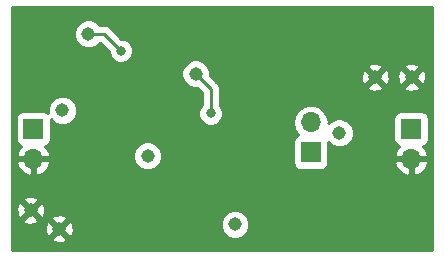
<source format=gbr>
G04 #@! TF.GenerationSoftware,KiCad,Pcbnew,5.0-dev-unknown-997d4de~62~ubuntu17.10.1*
G04 #@! TF.CreationDate,2018-02-23T16:35:03-08:00*
G04 #@! TF.ProjectId,Daughter_Board,44617567687465725F426F6172642E6B,0.1*
G04 #@! TF.SameCoordinates,Original*
G04 #@! TF.FileFunction,Copper,L2,Bot,Signal*
G04 #@! TF.FilePolarity,Positive*
%FSLAX46Y46*%
G04 Gerber Fmt 4.6, Leading zero omitted, Abs format (unit mm)*
G04 Created by KiCad (PCBNEW 5.0-dev-unknown-997d4de~62~ubuntu17.10.1) date Fri Feb 23 16:35:03 2018*
%MOMM*%
%LPD*%
G01*
G04 APERTURE LIST*
%ADD10O,1.700000X1.700000*%
%ADD11R,1.700000X1.700000*%
%ADD12C,1.143000*%
%ADD13C,0.800000*%
%ADD14C,0.250000*%
%ADD15C,0.254000*%
G04 APERTURE END LIST*
D10*
X120500000Y-93540000D03*
D11*
X120500000Y-91000000D03*
D10*
X88500000Y-93540000D03*
D11*
X88500000Y-91000000D03*
X112000000Y-93000000D03*
D10*
X112000000Y-90460000D03*
D12*
X117450000Y-86625000D03*
X120550000Y-86625000D03*
X90975000Y-89450000D03*
X98175000Y-93275000D03*
X93175000Y-82950000D03*
X105575000Y-99100000D03*
X102250000Y-86325000D03*
X88275000Y-97900000D03*
X90700000Y-99450000D03*
X114425000Y-91325000D03*
D13*
X115000000Y-100000000D03*
X120000000Y-100000000D03*
X88000000Y-100000000D03*
X119000000Y-82000000D03*
X112000000Y-83000000D03*
X105000000Y-83000000D03*
X100000000Y-94000000D03*
X95000000Y-100000000D03*
X92000000Y-97000000D03*
X90000000Y-96000000D03*
X88000000Y-82000000D03*
X91000000Y-82000000D03*
X112000000Y-86000000D03*
X107000000Y-86000000D03*
X113000000Y-97000000D03*
X115000000Y-87000000D03*
X119000000Y-96000000D03*
X110000000Y-92000000D03*
X109000000Y-99000000D03*
X106000000Y-96000000D03*
X105000000Y-94000000D03*
X106000000Y-91000000D03*
X101000000Y-84000000D03*
X88000000Y-86000000D03*
X103525000Y-89700000D03*
X95925000Y-84400000D03*
D14*
X103525000Y-89700000D02*
X103525000Y-87600000D01*
X103525000Y-87600000D02*
X102250000Y-86325000D01*
X95925000Y-84400000D02*
X94475000Y-82950000D01*
X94475000Y-82950000D02*
X93175000Y-82950000D01*
D15*
G36*
X122290001Y-101290000D02*
X86710000Y-101290000D01*
X86710000Y-100292046D01*
X90037559Y-100292046D01*
X90083552Y-100514533D01*
X90537855Y-100669405D01*
X91016844Y-100638633D01*
X91316448Y-100514533D01*
X91362441Y-100292046D01*
X90700000Y-99629605D01*
X90037559Y-100292046D01*
X86710000Y-100292046D01*
X86710000Y-99287855D01*
X89480595Y-99287855D01*
X89511367Y-99766844D01*
X89635467Y-100066448D01*
X89857954Y-100112441D01*
X90520395Y-99450000D01*
X90879605Y-99450000D01*
X91542046Y-100112441D01*
X91764533Y-100066448D01*
X91919405Y-99612145D01*
X91888633Y-99133156D01*
X91775494Y-98860012D01*
X104368500Y-98860012D01*
X104368500Y-99339988D01*
X104552178Y-99783427D01*
X104891573Y-100122822D01*
X105335012Y-100306500D01*
X105814988Y-100306500D01*
X106258427Y-100122822D01*
X106597822Y-99783427D01*
X106781500Y-99339988D01*
X106781500Y-98860012D01*
X106597822Y-98416573D01*
X106258427Y-98077178D01*
X105814988Y-97893500D01*
X105335012Y-97893500D01*
X104891573Y-98077178D01*
X104552178Y-98416573D01*
X104368500Y-98860012D01*
X91775494Y-98860012D01*
X91764533Y-98833552D01*
X91542046Y-98787559D01*
X90879605Y-99450000D01*
X90520395Y-99450000D01*
X89857954Y-98787559D01*
X89635467Y-98833552D01*
X89480595Y-99287855D01*
X86710000Y-99287855D01*
X86710000Y-98742046D01*
X87612559Y-98742046D01*
X87658552Y-98964533D01*
X88112855Y-99119405D01*
X88591844Y-99088633D01*
X88891448Y-98964533D01*
X88937441Y-98742046D01*
X88803349Y-98607954D01*
X90037559Y-98607954D01*
X90700000Y-99270395D01*
X91362441Y-98607954D01*
X91316448Y-98385467D01*
X90862145Y-98230595D01*
X90383156Y-98261367D01*
X90083552Y-98385467D01*
X90037559Y-98607954D01*
X88803349Y-98607954D01*
X88275000Y-98079605D01*
X87612559Y-98742046D01*
X86710000Y-98742046D01*
X86710000Y-97737855D01*
X87055595Y-97737855D01*
X87086367Y-98216844D01*
X87210467Y-98516448D01*
X87432954Y-98562441D01*
X88095395Y-97900000D01*
X88454605Y-97900000D01*
X89117046Y-98562441D01*
X89339533Y-98516448D01*
X89494405Y-98062145D01*
X89463633Y-97583156D01*
X89339533Y-97283552D01*
X89117046Y-97237559D01*
X88454605Y-97900000D01*
X88095395Y-97900000D01*
X87432954Y-97237559D01*
X87210467Y-97283552D01*
X87055595Y-97737855D01*
X86710000Y-97737855D01*
X86710000Y-97057954D01*
X87612559Y-97057954D01*
X88275000Y-97720395D01*
X88937441Y-97057954D01*
X88891448Y-96835467D01*
X88437145Y-96680595D01*
X87958156Y-96711367D01*
X87658552Y-96835467D01*
X87612559Y-97057954D01*
X86710000Y-97057954D01*
X86710000Y-93896890D01*
X87058524Y-93896890D01*
X87228355Y-94306924D01*
X87618642Y-94735183D01*
X88143108Y-94981486D01*
X88373000Y-94860819D01*
X88373000Y-93667000D01*
X88627000Y-93667000D01*
X88627000Y-94860819D01*
X88856892Y-94981486D01*
X89381358Y-94735183D01*
X89771645Y-94306924D01*
X89941476Y-93896890D01*
X89820155Y-93667000D01*
X88627000Y-93667000D01*
X88373000Y-93667000D01*
X87179845Y-93667000D01*
X87058524Y-93896890D01*
X86710000Y-93896890D01*
X86710000Y-90150000D01*
X87002560Y-90150000D01*
X87002560Y-91850000D01*
X87051843Y-92097765D01*
X87192191Y-92307809D01*
X87402235Y-92448157D01*
X87505708Y-92468739D01*
X87228355Y-92773076D01*
X87058524Y-93183110D01*
X87179845Y-93413000D01*
X88373000Y-93413000D01*
X88373000Y-93393000D01*
X88627000Y-93393000D01*
X88627000Y-93413000D01*
X89820155Y-93413000D01*
X89941476Y-93183110D01*
X89880136Y-93035012D01*
X96968500Y-93035012D01*
X96968500Y-93514988D01*
X97152178Y-93958427D01*
X97491573Y-94297822D01*
X97935012Y-94481500D01*
X98414988Y-94481500D01*
X98858427Y-94297822D01*
X99197822Y-93958427D01*
X99381500Y-93514988D01*
X99381500Y-93035012D01*
X99197822Y-92591573D01*
X98858427Y-92252178D01*
X98414988Y-92068500D01*
X97935012Y-92068500D01*
X97491573Y-92252178D01*
X97152178Y-92591573D01*
X96968500Y-93035012D01*
X89880136Y-93035012D01*
X89771645Y-92773076D01*
X89494292Y-92468739D01*
X89597765Y-92448157D01*
X89807809Y-92307809D01*
X89948157Y-92097765D01*
X89997440Y-91850000D01*
X89997440Y-90178689D01*
X90291573Y-90472822D01*
X90735012Y-90656500D01*
X91214988Y-90656500D01*
X91658427Y-90472822D01*
X91997822Y-90133427D01*
X92181500Y-89689988D01*
X92181500Y-89210012D01*
X91997822Y-88766573D01*
X91658427Y-88427178D01*
X91214988Y-88243500D01*
X90735012Y-88243500D01*
X90291573Y-88427178D01*
X89952178Y-88766573D01*
X89768500Y-89210012D01*
X89768500Y-89665925D01*
X89597765Y-89551843D01*
X89350000Y-89502560D01*
X87650000Y-89502560D01*
X87402235Y-89551843D01*
X87192191Y-89692191D01*
X87051843Y-89902235D01*
X87002560Y-90150000D01*
X86710000Y-90150000D01*
X86710000Y-86085012D01*
X101043500Y-86085012D01*
X101043500Y-86564988D01*
X101227178Y-87008427D01*
X101566573Y-87347822D01*
X102010012Y-87531500D01*
X102381698Y-87531500D01*
X102765001Y-87914803D01*
X102765000Y-88996289D01*
X102647569Y-89113720D01*
X102490000Y-89494126D01*
X102490000Y-89905874D01*
X102647569Y-90286280D01*
X102938720Y-90577431D01*
X103319126Y-90735000D01*
X103730874Y-90735000D01*
X104111280Y-90577431D01*
X104228711Y-90460000D01*
X110485908Y-90460000D01*
X110601161Y-91039418D01*
X110929375Y-91530625D01*
X110947619Y-91542816D01*
X110902235Y-91551843D01*
X110692191Y-91692191D01*
X110551843Y-91902235D01*
X110502560Y-92150000D01*
X110502560Y-93850000D01*
X110551843Y-94097765D01*
X110692191Y-94307809D01*
X110902235Y-94448157D01*
X111150000Y-94497440D01*
X112850000Y-94497440D01*
X113097765Y-94448157D01*
X113307809Y-94307809D01*
X113448157Y-94097765D01*
X113488113Y-93896890D01*
X119058524Y-93896890D01*
X119228355Y-94306924D01*
X119618642Y-94735183D01*
X120143108Y-94981486D01*
X120373000Y-94860819D01*
X120373000Y-93667000D01*
X120627000Y-93667000D01*
X120627000Y-94860819D01*
X120856892Y-94981486D01*
X121381358Y-94735183D01*
X121771645Y-94306924D01*
X121941476Y-93896890D01*
X121820155Y-93667000D01*
X120627000Y-93667000D01*
X120373000Y-93667000D01*
X119179845Y-93667000D01*
X119058524Y-93896890D01*
X113488113Y-93896890D01*
X113497440Y-93850000D01*
X113497440Y-92150000D01*
X113485941Y-92092190D01*
X113741573Y-92347822D01*
X114185012Y-92531500D01*
X114664988Y-92531500D01*
X115108427Y-92347822D01*
X115447822Y-92008427D01*
X115631500Y-91564988D01*
X115631500Y-91085012D01*
X115447822Y-90641573D01*
X115108427Y-90302178D01*
X114741036Y-90150000D01*
X119002560Y-90150000D01*
X119002560Y-91850000D01*
X119051843Y-92097765D01*
X119192191Y-92307809D01*
X119402235Y-92448157D01*
X119505708Y-92468739D01*
X119228355Y-92773076D01*
X119058524Y-93183110D01*
X119179845Y-93413000D01*
X120373000Y-93413000D01*
X120373000Y-93393000D01*
X120627000Y-93393000D01*
X120627000Y-93413000D01*
X121820155Y-93413000D01*
X121941476Y-93183110D01*
X121771645Y-92773076D01*
X121494292Y-92468739D01*
X121597765Y-92448157D01*
X121807809Y-92307809D01*
X121948157Y-92097765D01*
X121997440Y-91850000D01*
X121997440Y-90150000D01*
X121948157Y-89902235D01*
X121807809Y-89692191D01*
X121597765Y-89551843D01*
X121350000Y-89502560D01*
X119650000Y-89502560D01*
X119402235Y-89551843D01*
X119192191Y-89692191D01*
X119051843Y-89902235D01*
X119002560Y-90150000D01*
X114741036Y-90150000D01*
X114664988Y-90118500D01*
X114185012Y-90118500D01*
X113741573Y-90302178D01*
X113496796Y-90546955D01*
X113514092Y-90460000D01*
X113398839Y-89880582D01*
X113070625Y-89389375D01*
X112579418Y-89061161D01*
X112146256Y-88975000D01*
X111853744Y-88975000D01*
X111420582Y-89061161D01*
X110929375Y-89389375D01*
X110601161Y-89880582D01*
X110485908Y-90460000D01*
X104228711Y-90460000D01*
X104402431Y-90286280D01*
X104560000Y-89905874D01*
X104560000Y-89494126D01*
X104402431Y-89113720D01*
X104285000Y-88996289D01*
X104285000Y-87674846D01*
X104299888Y-87599999D01*
X104285000Y-87525152D01*
X104285000Y-87525148D01*
X104273443Y-87467046D01*
X116787559Y-87467046D01*
X116833552Y-87689533D01*
X117287855Y-87844405D01*
X117766844Y-87813633D01*
X118066448Y-87689533D01*
X118112441Y-87467046D01*
X119887559Y-87467046D01*
X119933552Y-87689533D01*
X120387855Y-87844405D01*
X120866844Y-87813633D01*
X121166448Y-87689533D01*
X121212441Y-87467046D01*
X120550000Y-86804605D01*
X119887559Y-87467046D01*
X118112441Y-87467046D01*
X117450000Y-86804605D01*
X116787559Y-87467046D01*
X104273443Y-87467046D01*
X104240904Y-87303463D01*
X104199102Y-87240902D01*
X104115329Y-87115526D01*
X104115327Y-87115524D01*
X104072929Y-87052071D01*
X104009476Y-87009673D01*
X103462658Y-86462855D01*
X116230595Y-86462855D01*
X116261367Y-86941844D01*
X116385467Y-87241448D01*
X116607954Y-87287441D01*
X117270395Y-86625000D01*
X117629605Y-86625000D01*
X118292046Y-87287441D01*
X118514533Y-87241448D01*
X118669405Y-86787145D01*
X118648572Y-86462855D01*
X119330595Y-86462855D01*
X119361367Y-86941844D01*
X119485467Y-87241448D01*
X119707954Y-87287441D01*
X120370395Y-86625000D01*
X120729605Y-86625000D01*
X121392046Y-87287441D01*
X121614533Y-87241448D01*
X121769405Y-86787145D01*
X121738633Y-86308156D01*
X121614533Y-86008552D01*
X121392046Y-85962559D01*
X120729605Y-86625000D01*
X120370395Y-86625000D01*
X119707954Y-85962559D01*
X119485467Y-86008552D01*
X119330595Y-86462855D01*
X118648572Y-86462855D01*
X118638633Y-86308156D01*
X118514533Y-86008552D01*
X118292046Y-85962559D01*
X117629605Y-86625000D01*
X117270395Y-86625000D01*
X116607954Y-85962559D01*
X116385467Y-86008552D01*
X116230595Y-86462855D01*
X103462658Y-86462855D01*
X103456500Y-86456698D01*
X103456500Y-86085012D01*
X103331384Y-85782954D01*
X116787559Y-85782954D01*
X117450000Y-86445395D01*
X118112441Y-85782954D01*
X119887559Y-85782954D01*
X120550000Y-86445395D01*
X121212441Y-85782954D01*
X121166448Y-85560467D01*
X120712145Y-85405595D01*
X120233156Y-85436367D01*
X119933552Y-85560467D01*
X119887559Y-85782954D01*
X118112441Y-85782954D01*
X118066448Y-85560467D01*
X117612145Y-85405595D01*
X117133156Y-85436367D01*
X116833552Y-85560467D01*
X116787559Y-85782954D01*
X103331384Y-85782954D01*
X103272822Y-85641573D01*
X102933427Y-85302178D01*
X102489988Y-85118500D01*
X102010012Y-85118500D01*
X101566573Y-85302178D01*
X101227178Y-85641573D01*
X101043500Y-86085012D01*
X86710000Y-86085012D01*
X86710000Y-82710012D01*
X91968500Y-82710012D01*
X91968500Y-83189988D01*
X92152178Y-83633427D01*
X92491573Y-83972822D01*
X92935012Y-84156500D01*
X93414988Y-84156500D01*
X93858427Y-83972822D01*
X94121249Y-83710000D01*
X94160199Y-83710000D01*
X94890000Y-84439802D01*
X94890000Y-84605874D01*
X95047569Y-84986280D01*
X95338720Y-85277431D01*
X95719126Y-85435000D01*
X96130874Y-85435000D01*
X96511280Y-85277431D01*
X96802431Y-84986280D01*
X96960000Y-84605874D01*
X96960000Y-84194126D01*
X96802431Y-83813720D01*
X96511280Y-83522569D01*
X96130874Y-83365000D01*
X95964802Y-83365000D01*
X95065331Y-82465530D01*
X95022929Y-82402071D01*
X94771537Y-82234096D01*
X94549852Y-82190000D01*
X94549847Y-82190000D01*
X94475000Y-82175112D01*
X94400153Y-82190000D01*
X94121249Y-82190000D01*
X93858427Y-81927178D01*
X93414988Y-81743500D01*
X92935012Y-81743500D01*
X92491573Y-81927178D01*
X92152178Y-82266573D01*
X91968500Y-82710012D01*
X86710000Y-82710012D01*
X86710000Y-80710000D01*
X122290000Y-80710000D01*
X122290001Y-101290000D01*
X122290001Y-101290000D01*
G37*
X122290001Y-101290000D02*
X86710000Y-101290000D01*
X86710000Y-100292046D01*
X90037559Y-100292046D01*
X90083552Y-100514533D01*
X90537855Y-100669405D01*
X91016844Y-100638633D01*
X91316448Y-100514533D01*
X91362441Y-100292046D01*
X90700000Y-99629605D01*
X90037559Y-100292046D01*
X86710000Y-100292046D01*
X86710000Y-99287855D01*
X89480595Y-99287855D01*
X89511367Y-99766844D01*
X89635467Y-100066448D01*
X89857954Y-100112441D01*
X90520395Y-99450000D01*
X90879605Y-99450000D01*
X91542046Y-100112441D01*
X91764533Y-100066448D01*
X91919405Y-99612145D01*
X91888633Y-99133156D01*
X91775494Y-98860012D01*
X104368500Y-98860012D01*
X104368500Y-99339988D01*
X104552178Y-99783427D01*
X104891573Y-100122822D01*
X105335012Y-100306500D01*
X105814988Y-100306500D01*
X106258427Y-100122822D01*
X106597822Y-99783427D01*
X106781500Y-99339988D01*
X106781500Y-98860012D01*
X106597822Y-98416573D01*
X106258427Y-98077178D01*
X105814988Y-97893500D01*
X105335012Y-97893500D01*
X104891573Y-98077178D01*
X104552178Y-98416573D01*
X104368500Y-98860012D01*
X91775494Y-98860012D01*
X91764533Y-98833552D01*
X91542046Y-98787559D01*
X90879605Y-99450000D01*
X90520395Y-99450000D01*
X89857954Y-98787559D01*
X89635467Y-98833552D01*
X89480595Y-99287855D01*
X86710000Y-99287855D01*
X86710000Y-98742046D01*
X87612559Y-98742046D01*
X87658552Y-98964533D01*
X88112855Y-99119405D01*
X88591844Y-99088633D01*
X88891448Y-98964533D01*
X88937441Y-98742046D01*
X88803349Y-98607954D01*
X90037559Y-98607954D01*
X90700000Y-99270395D01*
X91362441Y-98607954D01*
X91316448Y-98385467D01*
X90862145Y-98230595D01*
X90383156Y-98261367D01*
X90083552Y-98385467D01*
X90037559Y-98607954D01*
X88803349Y-98607954D01*
X88275000Y-98079605D01*
X87612559Y-98742046D01*
X86710000Y-98742046D01*
X86710000Y-97737855D01*
X87055595Y-97737855D01*
X87086367Y-98216844D01*
X87210467Y-98516448D01*
X87432954Y-98562441D01*
X88095395Y-97900000D01*
X88454605Y-97900000D01*
X89117046Y-98562441D01*
X89339533Y-98516448D01*
X89494405Y-98062145D01*
X89463633Y-97583156D01*
X89339533Y-97283552D01*
X89117046Y-97237559D01*
X88454605Y-97900000D01*
X88095395Y-97900000D01*
X87432954Y-97237559D01*
X87210467Y-97283552D01*
X87055595Y-97737855D01*
X86710000Y-97737855D01*
X86710000Y-97057954D01*
X87612559Y-97057954D01*
X88275000Y-97720395D01*
X88937441Y-97057954D01*
X88891448Y-96835467D01*
X88437145Y-96680595D01*
X87958156Y-96711367D01*
X87658552Y-96835467D01*
X87612559Y-97057954D01*
X86710000Y-97057954D01*
X86710000Y-93896890D01*
X87058524Y-93896890D01*
X87228355Y-94306924D01*
X87618642Y-94735183D01*
X88143108Y-94981486D01*
X88373000Y-94860819D01*
X88373000Y-93667000D01*
X88627000Y-93667000D01*
X88627000Y-94860819D01*
X88856892Y-94981486D01*
X89381358Y-94735183D01*
X89771645Y-94306924D01*
X89941476Y-93896890D01*
X89820155Y-93667000D01*
X88627000Y-93667000D01*
X88373000Y-93667000D01*
X87179845Y-93667000D01*
X87058524Y-93896890D01*
X86710000Y-93896890D01*
X86710000Y-90150000D01*
X87002560Y-90150000D01*
X87002560Y-91850000D01*
X87051843Y-92097765D01*
X87192191Y-92307809D01*
X87402235Y-92448157D01*
X87505708Y-92468739D01*
X87228355Y-92773076D01*
X87058524Y-93183110D01*
X87179845Y-93413000D01*
X88373000Y-93413000D01*
X88373000Y-93393000D01*
X88627000Y-93393000D01*
X88627000Y-93413000D01*
X89820155Y-93413000D01*
X89941476Y-93183110D01*
X89880136Y-93035012D01*
X96968500Y-93035012D01*
X96968500Y-93514988D01*
X97152178Y-93958427D01*
X97491573Y-94297822D01*
X97935012Y-94481500D01*
X98414988Y-94481500D01*
X98858427Y-94297822D01*
X99197822Y-93958427D01*
X99381500Y-93514988D01*
X99381500Y-93035012D01*
X99197822Y-92591573D01*
X98858427Y-92252178D01*
X98414988Y-92068500D01*
X97935012Y-92068500D01*
X97491573Y-92252178D01*
X97152178Y-92591573D01*
X96968500Y-93035012D01*
X89880136Y-93035012D01*
X89771645Y-92773076D01*
X89494292Y-92468739D01*
X89597765Y-92448157D01*
X89807809Y-92307809D01*
X89948157Y-92097765D01*
X89997440Y-91850000D01*
X89997440Y-90178689D01*
X90291573Y-90472822D01*
X90735012Y-90656500D01*
X91214988Y-90656500D01*
X91658427Y-90472822D01*
X91997822Y-90133427D01*
X92181500Y-89689988D01*
X92181500Y-89210012D01*
X91997822Y-88766573D01*
X91658427Y-88427178D01*
X91214988Y-88243500D01*
X90735012Y-88243500D01*
X90291573Y-88427178D01*
X89952178Y-88766573D01*
X89768500Y-89210012D01*
X89768500Y-89665925D01*
X89597765Y-89551843D01*
X89350000Y-89502560D01*
X87650000Y-89502560D01*
X87402235Y-89551843D01*
X87192191Y-89692191D01*
X87051843Y-89902235D01*
X87002560Y-90150000D01*
X86710000Y-90150000D01*
X86710000Y-86085012D01*
X101043500Y-86085012D01*
X101043500Y-86564988D01*
X101227178Y-87008427D01*
X101566573Y-87347822D01*
X102010012Y-87531500D01*
X102381698Y-87531500D01*
X102765001Y-87914803D01*
X102765000Y-88996289D01*
X102647569Y-89113720D01*
X102490000Y-89494126D01*
X102490000Y-89905874D01*
X102647569Y-90286280D01*
X102938720Y-90577431D01*
X103319126Y-90735000D01*
X103730874Y-90735000D01*
X104111280Y-90577431D01*
X104228711Y-90460000D01*
X110485908Y-90460000D01*
X110601161Y-91039418D01*
X110929375Y-91530625D01*
X110947619Y-91542816D01*
X110902235Y-91551843D01*
X110692191Y-91692191D01*
X110551843Y-91902235D01*
X110502560Y-92150000D01*
X110502560Y-93850000D01*
X110551843Y-94097765D01*
X110692191Y-94307809D01*
X110902235Y-94448157D01*
X111150000Y-94497440D01*
X112850000Y-94497440D01*
X113097765Y-94448157D01*
X113307809Y-94307809D01*
X113448157Y-94097765D01*
X113488113Y-93896890D01*
X119058524Y-93896890D01*
X119228355Y-94306924D01*
X119618642Y-94735183D01*
X120143108Y-94981486D01*
X120373000Y-94860819D01*
X120373000Y-93667000D01*
X120627000Y-93667000D01*
X120627000Y-94860819D01*
X120856892Y-94981486D01*
X121381358Y-94735183D01*
X121771645Y-94306924D01*
X121941476Y-93896890D01*
X121820155Y-93667000D01*
X120627000Y-93667000D01*
X120373000Y-93667000D01*
X119179845Y-93667000D01*
X119058524Y-93896890D01*
X113488113Y-93896890D01*
X113497440Y-93850000D01*
X113497440Y-92150000D01*
X113485941Y-92092190D01*
X113741573Y-92347822D01*
X114185012Y-92531500D01*
X114664988Y-92531500D01*
X115108427Y-92347822D01*
X115447822Y-92008427D01*
X115631500Y-91564988D01*
X115631500Y-91085012D01*
X115447822Y-90641573D01*
X115108427Y-90302178D01*
X114741036Y-90150000D01*
X119002560Y-90150000D01*
X119002560Y-91850000D01*
X119051843Y-92097765D01*
X119192191Y-92307809D01*
X119402235Y-92448157D01*
X119505708Y-92468739D01*
X119228355Y-92773076D01*
X119058524Y-93183110D01*
X119179845Y-93413000D01*
X120373000Y-93413000D01*
X120373000Y-93393000D01*
X120627000Y-93393000D01*
X120627000Y-93413000D01*
X121820155Y-93413000D01*
X121941476Y-93183110D01*
X121771645Y-92773076D01*
X121494292Y-92468739D01*
X121597765Y-92448157D01*
X121807809Y-92307809D01*
X121948157Y-92097765D01*
X121997440Y-91850000D01*
X121997440Y-90150000D01*
X121948157Y-89902235D01*
X121807809Y-89692191D01*
X121597765Y-89551843D01*
X121350000Y-89502560D01*
X119650000Y-89502560D01*
X119402235Y-89551843D01*
X119192191Y-89692191D01*
X119051843Y-89902235D01*
X119002560Y-90150000D01*
X114741036Y-90150000D01*
X114664988Y-90118500D01*
X114185012Y-90118500D01*
X113741573Y-90302178D01*
X113496796Y-90546955D01*
X113514092Y-90460000D01*
X113398839Y-89880582D01*
X113070625Y-89389375D01*
X112579418Y-89061161D01*
X112146256Y-88975000D01*
X111853744Y-88975000D01*
X111420582Y-89061161D01*
X110929375Y-89389375D01*
X110601161Y-89880582D01*
X110485908Y-90460000D01*
X104228711Y-90460000D01*
X104402431Y-90286280D01*
X104560000Y-89905874D01*
X104560000Y-89494126D01*
X104402431Y-89113720D01*
X104285000Y-88996289D01*
X104285000Y-87674846D01*
X104299888Y-87599999D01*
X104285000Y-87525152D01*
X104285000Y-87525148D01*
X104273443Y-87467046D01*
X116787559Y-87467046D01*
X116833552Y-87689533D01*
X117287855Y-87844405D01*
X117766844Y-87813633D01*
X118066448Y-87689533D01*
X118112441Y-87467046D01*
X119887559Y-87467046D01*
X119933552Y-87689533D01*
X120387855Y-87844405D01*
X120866844Y-87813633D01*
X121166448Y-87689533D01*
X121212441Y-87467046D01*
X120550000Y-86804605D01*
X119887559Y-87467046D01*
X118112441Y-87467046D01*
X117450000Y-86804605D01*
X116787559Y-87467046D01*
X104273443Y-87467046D01*
X104240904Y-87303463D01*
X104199102Y-87240902D01*
X104115329Y-87115526D01*
X104115327Y-87115524D01*
X104072929Y-87052071D01*
X104009476Y-87009673D01*
X103462658Y-86462855D01*
X116230595Y-86462855D01*
X116261367Y-86941844D01*
X116385467Y-87241448D01*
X116607954Y-87287441D01*
X117270395Y-86625000D01*
X117629605Y-86625000D01*
X118292046Y-87287441D01*
X118514533Y-87241448D01*
X118669405Y-86787145D01*
X118648572Y-86462855D01*
X119330595Y-86462855D01*
X119361367Y-86941844D01*
X119485467Y-87241448D01*
X119707954Y-87287441D01*
X120370395Y-86625000D01*
X120729605Y-86625000D01*
X121392046Y-87287441D01*
X121614533Y-87241448D01*
X121769405Y-86787145D01*
X121738633Y-86308156D01*
X121614533Y-86008552D01*
X121392046Y-85962559D01*
X120729605Y-86625000D01*
X120370395Y-86625000D01*
X119707954Y-85962559D01*
X119485467Y-86008552D01*
X119330595Y-86462855D01*
X118648572Y-86462855D01*
X118638633Y-86308156D01*
X118514533Y-86008552D01*
X118292046Y-85962559D01*
X117629605Y-86625000D01*
X117270395Y-86625000D01*
X116607954Y-85962559D01*
X116385467Y-86008552D01*
X116230595Y-86462855D01*
X103462658Y-86462855D01*
X103456500Y-86456698D01*
X103456500Y-86085012D01*
X103331384Y-85782954D01*
X116787559Y-85782954D01*
X117450000Y-86445395D01*
X118112441Y-85782954D01*
X119887559Y-85782954D01*
X120550000Y-86445395D01*
X121212441Y-85782954D01*
X121166448Y-85560467D01*
X120712145Y-85405595D01*
X120233156Y-85436367D01*
X119933552Y-85560467D01*
X119887559Y-85782954D01*
X118112441Y-85782954D01*
X118066448Y-85560467D01*
X117612145Y-85405595D01*
X117133156Y-85436367D01*
X116833552Y-85560467D01*
X116787559Y-85782954D01*
X103331384Y-85782954D01*
X103272822Y-85641573D01*
X102933427Y-85302178D01*
X102489988Y-85118500D01*
X102010012Y-85118500D01*
X101566573Y-85302178D01*
X101227178Y-85641573D01*
X101043500Y-86085012D01*
X86710000Y-86085012D01*
X86710000Y-82710012D01*
X91968500Y-82710012D01*
X91968500Y-83189988D01*
X92152178Y-83633427D01*
X92491573Y-83972822D01*
X92935012Y-84156500D01*
X93414988Y-84156500D01*
X93858427Y-83972822D01*
X94121249Y-83710000D01*
X94160199Y-83710000D01*
X94890000Y-84439802D01*
X94890000Y-84605874D01*
X95047569Y-84986280D01*
X95338720Y-85277431D01*
X95719126Y-85435000D01*
X96130874Y-85435000D01*
X96511280Y-85277431D01*
X96802431Y-84986280D01*
X96960000Y-84605874D01*
X96960000Y-84194126D01*
X96802431Y-83813720D01*
X96511280Y-83522569D01*
X96130874Y-83365000D01*
X95964802Y-83365000D01*
X95065331Y-82465530D01*
X95022929Y-82402071D01*
X94771537Y-82234096D01*
X94549852Y-82190000D01*
X94549847Y-82190000D01*
X94475000Y-82175112D01*
X94400153Y-82190000D01*
X94121249Y-82190000D01*
X93858427Y-81927178D01*
X93414988Y-81743500D01*
X92935012Y-81743500D01*
X92491573Y-81927178D01*
X92152178Y-82266573D01*
X91968500Y-82710012D01*
X86710000Y-82710012D01*
X86710000Y-80710000D01*
X122290000Y-80710000D01*
X122290001Y-101290000D01*
M02*

</source>
